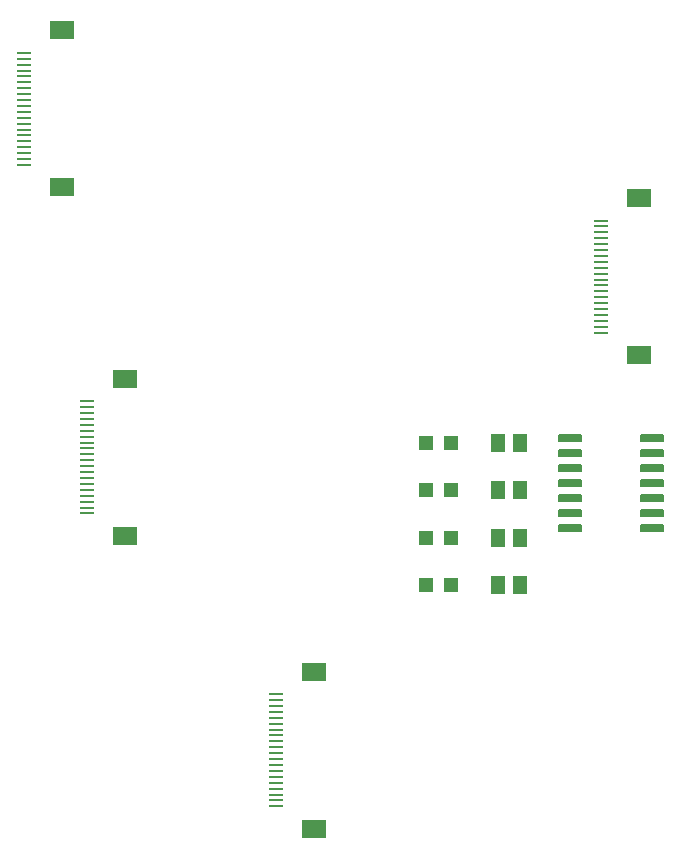
<source format=gbr>
G04 EAGLE Gerber RS-274X export*
G75*
%MOMM*%
%FSLAX34Y34*%
%LPD*%
%INSolderpaste Top*%
%IPPOS*%
%AMOC8*
5,1,8,0,0,1.08239X$1,22.5*%
G01*
%ADD10R,1.200000X1.200000*%
%ADD11R,1.300000X1.500000*%
%ADD12C,0.152500*%
%ADD13R,1.250000X0.250000*%
%ADD14R,2.050000X1.650000*%


D10*
X380500Y340000D03*
X359500Y340000D03*
X380500Y300000D03*
X359500Y300000D03*
X380500Y260000D03*
X359500Y260000D03*
X380500Y220000D03*
X359500Y220000D03*
D11*
X420500Y340000D03*
X439500Y340000D03*
X420500Y300000D03*
X439500Y300000D03*
X420500Y260000D03*
X439500Y260000D03*
X420500Y220000D03*
X439500Y220000D03*
D12*
X472562Y342012D02*
X490738Y342012D01*
X472562Y342012D02*
X472562Y346588D01*
X490738Y346588D01*
X490738Y342012D01*
X490738Y343461D02*
X472562Y343461D01*
X472562Y344910D02*
X490738Y344910D01*
X490738Y346359D02*
X472562Y346359D01*
X472562Y329312D02*
X490738Y329312D01*
X472562Y329312D02*
X472562Y333888D01*
X490738Y333888D01*
X490738Y329312D01*
X490738Y330761D02*
X472562Y330761D01*
X472562Y332210D02*
X490738Y332210D01*
X490738Y333659D02*
X472562Y333659D01*
X472562Y316612D02*
X490738Y316612D01*
X472562Y316612D02*
X472562Y321188D01*
X490738Y321188D01*
X490738Y316612D01*
X490738Y318061D02*
X472562Y318061D01*
X472562Y319510D02*
X490738Y319510D01*
X490738Y320959D02*
X472562Y320959D01*
X472562Y303912D02*
X490738Y303912D01*
X472562Y303912D02*
X472562Y308488D01*
X490738Y308488D01*
X490738Y303912D01*
X490738Y305361D02*
X472562Y305361D01*
X472562Y306810D02*
X490738Y306810D01*
X490738Y308259D02*
X472562Y308259D01*
X472562Y291212D02*
X490738Y291212D01*
X472562Y291212D02*
X472562Y295788D01*
X490738Y295788D01*
X490738Y291212D01*
X490738Y292661D02*
X472562Y292661D01*
X472562Y294110D02*
X490738Y294110D01*
X490738Y295559D02*
X472562Y295559D01*
X472562Y278512D02*
X490738Y278512D01*
X472562Y278512D02*
X472562Y283088D01*
X490738Y283088D01*
X490738Y278512D01*
X490738Y279961D02*
X472562Y279961D01*
X472562Y281410D02*
X490738Y281410D01*
X490738Y282859D02*
X472562Y282859D01*
X472562Y265812D02*
X490738Y265812D01*
X472562Y265812D02*
X472562Y270388D01*
X490738Y270388D01*
X490738Y265812D01*
X490738Y267261D02*
X472562Y267261D01*
X472562Y268710D02*
X490738Y268710D01*
X490738Y270159D02*
X472562Y270159D01*
X541862Y265812D02*
X560038Y265812D01*
X541862Y265812D02*
X541862Y270388D01*
X560038Y270388D01*
X560038Y265812D01*
X560038Y267261D02*
X541862Y267261D01*
X541862Y268710D02*
X560038Y268710D01*
X560038Y270159D02*
X541862Y270159D01*
X541862Y278512D02*
X560038Y278512D01*
X541862Y278512D02*
X541862Y283088D01*
X560038Y283088D01*
X560038Y278512D01*
X560038Y279961D02*
X541862Y279961D01*
X541862Y281410D02*
X560038Y281410D01*
X560038Y282859D02*
X541862Y282859D01*
X541862Y291212D02*
X560038Y291212D01*
X541862Y291212D02*
X541862Y295788D01*
X560038Y295788D01*
X560038Y291212D01*
X560038Y292661D02*
X541862Y292661D01*
X541862Y294110D02*
X560038Y294110D01*
X560038Y295559D02*
X541862Y295559D01*
X541862Y303912D02*
X560038Y303912D01*
X541862Y303912D02*
X541862Y308488D01*
X560038Y308488D01*
X560038Y303912D01*
X560038Y305361D02*
X541862Y305361D01*
X541862Y306810D02*
X560038Y306810D01*
X560038Y308259D02*
X541862Y308259D01*
X541862Y316612D02*
X560038Y316612D01*
X541862Y316612D02*
X541862Y321188D01*
X560038Y321188D01*
X560038Y316612D01*
X560038Y318061D02*
X541862Y318061D01*
X541862Y319510D02*
X560038Y319510D01*
X560038Y320959D02*
X541862Y320959D01*
X541862Y329312D02*
X560038Y329312D01*
X541862Y329312D02*
X541862Y333888D01*
X560038Y333888D01*
X560038Y329312D01*
X560038Y330761D02*
X541862Y330761D01*
X541862Y332210D02*
X560038Y332210D01*
X560038Y333659D02*
X541862Y333659D01*
X541862Y342012D02*
X560038Y342012D01*
X541862Y342012D02*
X541862Y346588D01*
X560038Y346588D01*
X560038Y342012D01*
X560038Y343461D02*
X541862Y343461D01*
X541862Y344910D02*
X560038Y344910D01*
X560038Y346359D02*
X541862Y346359D01*
D13*
X18900Y575500D03*
X18900Y580500D03*
X18900Y585500D03*
X18900Y590500D03*
X18900Y595500D03*
X18900Y600500D03*
X18900Y605500D03*
X18900Y610500D03*
X18900Y615500D03*
X18900Y620500D03*
X18900Y625500D03*
X18900Y630500D03*
X18900Y635500D03*
X18900Y640500D03*
X18900Y645500D03*
X18900Y650500D03*
X18900Y655500D03*
X18900Y660500D03*
X18900Y665500D03*
X18900Y670500D03*
D14*
X51400Y689500D03*
X51400Y556500D03*
D13*
X72500Y280500D03*
X72500Y285500D03*
X72500Y290500D03*
X72500Y295500D03*
X72500Y300500D03*
X72500Y305500D03*
X72500Y310500D03*
X72500Y315500D03*
X72500Y320500D03*
X72500Y325500D03*
X72500Y330500D03*
X72500Y335500D03*
X72500Y340500D03*
X72500Y345500D03*
X72500Y350500D03*
X72500Y355500D03*
X72500Y360500D03*
X72500Y365500D03*
X72500Y370500D03*
X72500Y375500D03*
D14*
X105000Y394500D03*
X105000Y261500D03*
D13*
X232500Y32500D03*
X232500Y37500D03*
X232500Y42500D03*
X232500Y47500D03*
X232500Y52500D03*
X232500Y57500D03*
X232500Y62500D03*
X232500Y67500D03*
X232500Y72500D03*
X232500Y77500D03*
X232500Y82500D03*
X232500Y87500D03*
X232500Y92500D03*
X232500Y97500D03*
X232500Y102500D03*
X232500Y107500D03*
X232500Y112500D03*
X232500Y117500D03*
X232500Y122500D03*
X232500Y127500D03*
D14*
X265000Y146500D03*
X265000Y13500D03*
D13*
X507500Y433500D03*
X507500Y438500D03*
X507500Y443500D03*
X507500Y448500D03*
X507500Y453500D03*
X507500Y458500D03*
X507500Y463500D03*
X507500Y468500D03*
X507500Y473500D03*
X507500Y478500D03*
X507500Y483500D03*
X507500Y488500D03*
X507500Y493500D03*
X507500Y498500D03*
X507500Y503500D03*
X507500Y508500D03*
X507500Y513500D03*
X507500Y518500D03*
X507500Y523500D03*
X507500Y528500D03*
D14*
X540000Y547500D03*
X540000Y414500D03*
M02*

</source>
